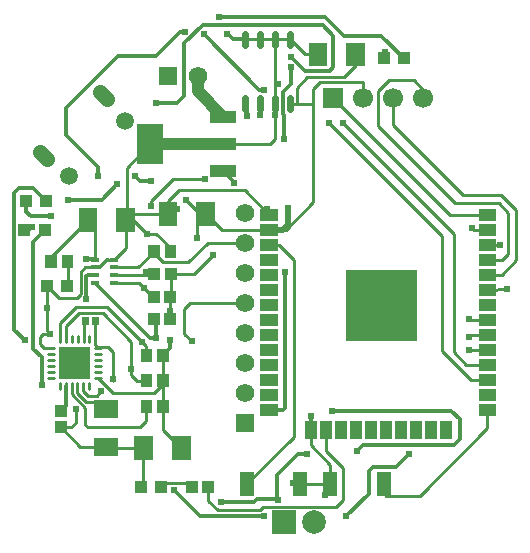
<source format=gtl>
G04 Layer: TopLayer*
G04 EasyEDA v6.4.7, 2020-12-08T13:31:26--8:00*
G04 2666239171464f44b57efdd4127db657,11a6c599673c4091828b82ff80a72166,10*
G04 Gerber Generator version 0.2*
G04 Scale: 100 percent, Rotated: No, Reflected: No *
G04 Dimensions in millimeters *
G04 leading zeros omitted , absolute positions ,3 integer and 3 decimal *
%FSLAX33Y33*%
%MOMM*%
G90*
D02*

%ADD10C,0.254000*%
%ADD11C,0.270002*%
%ADD12C,0.299999*%
%ADD13C,0.999998*%
%ADD14C,0.499999*%
%ADD15C,0.280010*%
%ADD16C,0.599999*%
%ADD17C,0.609600*%
%ADD18R,1.092200X0.990600*%
%ADD19R,1.099998X0.999998*%
%ADD20R,2.199996X3.499993*%
%ADD21R,2.199996X1.099998*%
%ADD22R,0.999998X1.099998*%
%ADD24R,1.199998X1.999996*%
%ADD25R,1.999996X1.600200*%
%ADD30R,1.000760X1.501140*%
%ADD33C,1.999996*%
%ADD34C,1.499997*%
%ADD35R,1.574800X1.574800*%
%ADD36C,1.574800*%
%ADD38C,1.699997*%
%ADD39C,1.299997*%

%LPD*%
G54D11*
G01X13099Y28950D02*
G01X13099Y29400D01*
G01X14949Y31249D01*
G01X17649Y31249D01*
G54D12*
G01X28400Y11599D02*
G01X38500Y11599D01*
G01X39200Y10899D01*
G01X39200Y9199D01*
G01X38700Y8699D01*
G01X31000Y8699D01*
G01X30500Y8199D01*
G54D13*
G01X19198Y34199D02*
G01X13001Y34199D01*
G54D11*
G01X17699Y28299D02*
G01X17199Y28299D01*
G01X15999Y29500D01*
G54D10*
G01X14000Y5499D02*
G01X16549Y5499D01*
G54D12*
G01X34450Y41499D02*
G01X32550Y43399D01*
G01X29400Y43399D01*
G01X27800Y44999D01*
G01X18800Y44999D01*
G01X17549Y43500D02*
G01X22249Y38799D01*
G01X22600Y38799D01*
G01X8599Y31539D02*
G01X8599Y32299D01*
G01X5899Y34999D01*
G01X5899Y37300D01*
G01X10250Y41649D01*
G01X13498Y41649D01*
G01X15548Y43698D01*
G01X15899Y43698D01*
G01X13450Y37699D02*
G01X15299Y37699D01*
G01X15899Y38298D01*
G01X15899Y42748D01*
G01X17451Y44300D01*
G01X27600Y44300D01*
G01X28500Y43399D01*
G01X28500Y40899D01*
G01X24900Y41599D02*
G01X26100Y40399D01*
G01X28200Y40399D01*
G01X28500Y40699D01*
G54D10*
G01X24839Y37620D02*
G01X25401Y37620D01*
G01X25401Y38999D01*
G01X26300Y39899D01*
G01X29399Y39899D01*
G01X30399Y40899D01*
G01X30399Y41799D01*
G01X23054Y26960D02*
G01X24461Y26960D01*
G01X26800Y29299D01*
G01X26800Y38900D01*
G01X27369Y39469D01*
G01X31029Y39469D01*
G01X31029Y38100D01*
G54D12*
G01X28500Y40899D02*
G01X28500Y40699D01*
G54D10*
G01X19198Y34199D02*
G01X23100Y34199D01*
G01X23569Y34669D01*
G01X23569Y37620D01*
G54D12*
G01X24900Y40699D02*
G01X24900Y39299D01*
G01X24200Y38599D01*
G01X24200Y36796D01*
G01X24300Y36696D01*
G01X24300Y34599D01*
G54D10*
G01X23569Y37620D02*
G01X23569Y43099D01*
G01X32749Y5400D02*
G01X32749Y4651D01*
G01X33000Y4400D01*
G01X35800Y4400D01*
G01X41545Y10145D01*
G01X41545Y11720D01*
G54D12*
G01X15049Y4900D02*
G01X17249Y2699D01*
G01X22600Y2699D01*
G01X11700Y31499D02*
G01X12149Y31049D01*
G01X13099Y31049D01*
G01X6000Y29500D02*
G01X8900Y29500D01*
G01X10200Y30799D01*
G01X13498Y17801D02*
G01X13498Y19380D01*
G01X13313Y19380D01*
G54D10*
G01X21062Y20777D02*
G01X16363Y20777D01*
G01X15855Y20269D01*
G01X15855Y18143D01*
G01X16501Y17498D01*
G54D12*
G01X8324Y22464D02*
G01X12989Y17799D01*
G01X13500Y17799D01*
G54D14*
G01X23364Y26960D02*
G01X24260Y26960D01*
G01X24700Y27399D01*
G01X24700Y28100D01*
G01X24700Y28799D02*
G01X24700Y28099D01*
G54D12*
G01X2349Y26899D02*
G01X2700Y26899D01*
G01X2999Y27199D01*
G01X3000Y27199D01*
G01X2449Y29399D02*
G01X2500Y29349D01*
G01X2500Y28499D01*
G01X2900Y28099D01*
G01X4600Y28099D01*
G01X4150Y29399D02*
G01X3050Y30499D01*
G01X1899Y30499D01*
G01X1499Y30099D01*
G01X1499Y18499D01*
G01X2400Y17599D01*
G01X2400Y17599D01*
G01X4050Y26899D02*
G01X3100Y25949D01*
G01X3100Y16899D01*
G01X3800Y16199D01*
G01X3800Y13799D01*
G54D10*
G01X6341Y13698D02*
G01X6341Y13020D01*
G01X7499Y11862D01*
G01X7499Y10465D01*
G01X7727Y10236D01*
G01X12172Y10236D01*
G01X12680Y10744D01*
G01X12680Y12014D01*
G01X12288Y17487D02*
G01X9378Y20396D01*
G01X6711Y20396D01*
G01X5355Y19040D01*
G01X5355Y17696D01*
G54D12*
G01X26610Y9967D02*
G01X26600Y11199D01*
G01X8324Y24425D02*
G01X8250Y24499D01*
G01X7600Y24499D01*
G01X8324Y23114D02*
G01X7700Y23099D01*
G01X7599Y22999D01*
G01X7599Y21100D01*
G01X14077Y16332D02*
G01X14700Y16955D01*
G01X14700Y17599D01*
G01X5441Y11633D02*
G01X5840Y12032D01*
G01X5840Y13697D01*
G01X20099Y30900D02*
G01X20099Y30999D01*
G01X19198Y31900D01*
G01X23054Y11720D02*
G01X24199Y11700D01*
G01X24400Y11900D01*
G01X24400Y23399D01*
G54D10*
G01X21149Y5400D02*
G01X25200Y9449D01*
G01X25200Y24400D01*
G01X23907Y25690D01*
G01X23054Y25690D01*
G54D13*
G01X19198Y36500D02*
G01X17019Y38679D01*
G01X17019Y40000D01*
G54D10*
G01X4249Y22200D02*
G01X5249Y21199D01*
G01X6800Y21199D01*
G01X7100Y21499D01*
G01X7100Y23399D01*
G01X7475Y23775D01*
G01X8324Y23775D01*
G01X4552Y18110D02*
G01X4249Y18414D01*
G01X4249Y20361D01*
G01X4600Y24300D02*
G01X4600Y24635D01*
G01X7727Y27762D01*
G01X5950Y22200D02*
G01X5999Y22248D01*
G01X5999Y24300D01*
G01X17900Y5200D02*
G01X17900Y3998D01*
G01X18698Y3201D01*
G01X22251Y3201D01*
G01X22551Y3500D01*
G01X28700Y3500D01*
G01X29300Y4100D01*
G01X29300Y6800D01*
G01X27880Y8220D01*
G01X27880Y9967D01*
G01X12249Y5200D02*
G01X12426Y5377D01*
G01X12426Y8458D01*
G01X28251Y5400D02*
G01X28251Y7049D01*
G01X26610Y8690D01*
G01X26610Y9967D01*
G01X25649Y5400D02*
G01X28250Y5399D01*
G01X41545Y24420D02*
G01X42820Y24420D01*
G01X43300Y24900D01*
G01X43300Y28400D01*
G01X42500Y29200D01*
G01X38799Y29200D01*
G01X32299Y35700D01*
G01X32299Y38700D01*
G01X33199Y39599D01*
G01X35299Y39599D01*
G01X36198Y38700D01*
G01X36198Y38189D01*
G01X36109Y38100D01*
G01X33569Y38100D02*
G01X33569Y35830D01*
G01X39500Y29899D01*
G01X42701Y29899D01*
G01X43999Y28598D01*
G01X43999Y24402D01*
G01X42749Y23150D01*
G01X41545Y23150D01*
G01X17699Y28299D02*
G01X17000Y27600D01*
G01X17000Y26299D01*
G01X14715Y23190D02*
G01X16691Y23190D01*
G01X18350Y24849D01*
G01X10927Y27762D02*
G01X11464Y28299D01*
G01X14500Y28299D01*
G01X23054Y28231D02*
G01X20985Y30299D01*
G01X15400Y30299D01*
G01X14500Y29399D01*
G01X14500Y28299D01*
G01X23054Y26961D02*
G01X19038Y26961D01*
G01X17699Y28299D01*
G01X24839Y43099D02*
G01X26139Y41799D01*
G01X27200Y41799D01*
G01X23569Y37620D02*
G01X23600Y37590D01*
G01X23600Y36699D01*
G01X24839Y37620D02*
G01X24861Y37598D01*
G01X26800Y37598D01*
G01X21029Y37620D02*
G01X21200Y37450D01*
G01X21200Y36599D01*
G01X10928Y27762D02*
G01X10999Y27834D01*
G01X10999Y32197D01*
G01X13000Y34199D01*
G01X41545Y14261D02*
G01X40138Y14261D01*
G01X37700Y16699D01*
G01X37700Y26399D01*
G01X28100Y35999D01*
G01X41545Y15530D02*
G01X39767Y15530D01*
G01X38700Y16599D01*
G01X38700Y26599D01*
G01X29300Y36000D01*
G01X21029Y43099D02*
G01X24839Y43099D01*
G01X28489Y38099D02*
G01X38358Y28231D01*
G01X41545Y28231D01*
G01X43199Y21900D02*
G01X41545Y21880D01*
G01X41545Y25690D02*
G01X42599Y25700D01*
G01X41545Y16800D02*
G01X40001Y16800D01*
G01X39999Y17899D02*
G01X40171Y18071D01*
G01X41545Y18071D01*
G01X40000Y19399D02*
G01X40058Y19341D01*
G01X41545Y19341D01*
G01X40200Y27099D02*
G01X40338Y26961D01*
G01X41545Y26961D01*
G01X13315Y23190D02*
G01X13106Y23400D01*
G01X12599Y23400D01*
G01X13315Y25095D02*
G01X13315Y24968D01*
G01X14077Y24206D01*
G01X16236Y24206D01*
G01X17887Y25857D01*
G01X21062Y25857D01*
G01X12700Y26599D02*
G01X11635Y27664D01*
G01X11635Y27762D01*
G01X10928Y27762D01*
G01X14715Y25095D02*
G01X14715Y25385D01*
G01X13501Y26599D01*
G01X12701Y26599D01*
G01X9925Y24425D02*
G01X10927Y25428D01*
G01X10927Y27762D01*
G01X7727Y27762D02*
G01X8324Y27166D01*
G01X8324Y24425D01*
G01X8324Y23775D02*
G01X8693Y23775D01*
G01X9378Y24460D01*
G01X9414Y24425D01*
G01X9925Y24425D01*
G01X9925Y23775D02*
G01X11995Y23775D01*
G01X13315Y25095D01*
G01X13312Y21285D02*
G01X13214Y21285D01*
G01X12500Y21999D01*
G01X12035Y22464D01*
G01X9925Y22464D01*
G01X13315Y23190D02*
G01X13239Y23114D01*
G01X9925Y23114D01*
G01X14712Y19380D02*
G01X14715Y23190D01*
G01X7354Y17697D02*
G01X7354Y19093D01*
G01X7514Y19253D01*
G01X8584Y16939D02*
G01X8362Y17161D01*
G01X8362Y19253D01*
G01X14077Y16332D02*
G01X14081Y12014D01*
G01X12678Y16332D02*
G01X12678Y17097D01*
G01X12288Y17487D01*
G01X11410Y15199D02*
G01X11410Y14681D01*
G01X11918Y14173D01*
G01X12680Y14173D01*
G01X5855Y17696D02*
G01X5855Y18778D01*
G01X6965Y19888D01*
G01X8997Y19888D01*
G01X11410Y17475D01*
G01X11410Y15199D01*
G01X9251Y11785D02*
G01X8641Y12395D01*
G01X7600Y12395D01*
G01X6838Y13157D01*
G01X6838Y13697D01*
G01X5441Y10233D02*
G01X7089Y8585D01*
G01X9251Y8585D01*
G01X9251Y8585D02*
G01X9378Y8458D01*
G01X12426Y8458D01*
G01X15626Y8458D02*
G01X14081Y10004D01*
G01X14081Y12014D01*
G01X8584Y14440D02*
G01X9867Y13157D01*
G01X13315Y13157D01*
G01X14081Y13923D01*
G01X14081Y14173D01*
G01X8495Y17029D02*
G01X9444Y17029D01*
G01X9886Y16586D01*
G01X9886Y14173D01*
G01X7339Y13697D02*
G01X7339Y13292D01*
G01X7727Y12903D01*
G01X8489Y12903D01*
G01X8870Y13284D01*
G01X5441Y10233D02*
G01X6327Y10233D01*
G01X6711Y10617D01*
G01X6711Y11760D01*
G01X4584Y16929D02*
G01X4044Y16929D01*
G01X3663Y17310D01*
G01X3663Y17856D01*
G01X3917Y18110D01*
G01X4552Y18110D01*
G54D12*
G01X26300Y7999D02*
G01X25548Y7999D01*
G01X23727Y6178D01*
G01X23727Y4199D01*
G01X22500Y4199D01*
G01X22500Y4199D02*
G01X22048Y4199D01*
G01X21748Y3899D01*
G01X19000Y3899D01*
G01X29599Y2700D02*
G01X31499Y4600D01*
G01X31499Y6500D01*
G01X31901Y6899D01*
G01X33801Y6899D01*
G01X34900Y7999D01*
G54D10*
G01X4249Y20361D02*
G01X4249Y22200D01*
G54D12*
G01X21029Y43099D02*
G01X20000Y43099D01*
G01X19600Y43499D01*
G01X19500Y43499D01*
G54D15*
G01X4324Y16929D02*
G01X4844Y16929D01*
G01X4324Y16429D02*
G01X4844Y16429D01*
G01X4324Y15929D02*
G01X4844Y15929D01*
G01X4324Y15431D02*
G01X4844Y15431D01*
G01X4324Y14930D02*
G01X4844Y14930D01*
G01X4324Y14430D02*
G01X4844Y14430D01*
G01X5340Y13957D02*
G01X5340Y13437D01*
G01X5840Y13957D02*
G01X5840Y13437D01*
G01X6341Y13957D02*
G01X6341Y13437D01*
G01X6838Y13957D02*
G01X6838Y13437D01*
G01X7339Y13957D02*
G01X7339Y13437D01*
G01X7839Y13957D02*
G01X7839Y13437D01*
G01X8324Y14440D02*
G01X8844Y14440D01*
G01X8324Y14941D02*
G01X8844Y14941D01*
G01X8324Y15441D02*
G01X8844Y15441D01*
G01X8324Y15939D02*
G01X8844Y15939D01*
G01X8324Y16439D02*
G01X8844Y16439D01*
G01X8324Y16940D02*
G01X8844Y16940D01*
G01X7854Y17957D02*
G01X7854Y17437D01*
G01X7354Y17957D02*
G01X7354Y17437D01*
G01X6854Y17957D02*
G01X6854Y17437D01*
G01X6356Y17957D02*
G01X6356Y17437D01*
G01X5855Y17957D02*
G01X5855Y17437D01*
G01X5355Y17957D02*
G01X5355Y17437D01*
G54D16*
G01X21029Y38080D02*
G01X21029Y37160D01*
G01X22299Y38080D02*
G01X22299Y37160D01*
G01X23569Y38080D02*
G01X23569Y37160D01*
G01X24839Y38080D02*
G01X24839Y37160D01*
G01X21029Y43559D02*
G01X21029Y42639D01*
G01X22299Y43559D02*
G01X22299Y42639D01*
G01X23569Y43559D02*
G01X23569Y42639D01*
G01X24839Y43559D02*
G01X24839Y42639D01*
G54D18*
G01X34451Y41500D03*
G01X32749Y41500D03*
G54D19*
G01X5441Y10233D03*
G01X5441Y11633D03*
G54D20*
G01X13001Y34199D03*
G54D21*
G01X19198Y36500D03*
G01X19198Y34199D03*
G01X19198Y31899D03*
G54D22*
G01X17900Y5199D03*
G01X16500Y5199D03*
G36*
G01X4099Y24849D02*
G01X5099Y24849D01*
G01X5099Y23749D01*
G01X4099Y23749D01*
G01X4099Y24849D01*
G37*
G36*
G01X5499Y24849D02*
G01X6499Y24849D01*
G01X6499Y23749D01*
G01X5499Y23749D01*
G01X5499Y24849D01*
G37*
G54D18*
G01X13950Y5199D03*
G01X12249Y5199D03*
G01X5950Y22199D03*
G01X4249Y22199D03*
G36*
G01X5244Y17025D02*
G01X7925Y17025D01*
G01X7925Y14345D01*
G01X5244Y14345D01*
G01X5244Y17025D01*
G37*
G36*
G01X12180Y14723D02*
G01X13180Y14723D01*
G01X13180Y13623D01*
G01X12180Y13623D01*
G01X12180Y14723D01*
G37*
G36*
G01X13580Y14723D02*
G01X14580Y14723D01*
G01X14580Y13623D01*
G01X13580Y13623D01*
G01X13580Y14723D01*
G37*
G36*
G01X12177Y16882D02*
G01X13177Y16882D01*
G01X13177Y15782D01*
G01X12177Y15782D01*
G01X12177Y16882D01*
G37*
G36*
G01X13577Y16882D02*
G01X14577Y16882D01*
G01X14577Y15782D01*
G01X13577Y15782D01*
G01X13577Y16882D01*
G37*
G36*
G01X12180Y12564D02*
G01X13180Y12564D01*
G01X13180Y11464D01*
G01X12180Y11464D01*
G01X12180Y12564D01*
G37*
G36*
G01X13580Y12564D02*
G01X14580Y12564D01*
G01X14580Y11464D01*
G01X13580Y11464D01*
G01X13580Y12564D01*
G37*
G54D22*
G01X14712Y19380D03*
G01X13313Y19380D03*
G01X14712Y21285D03*
G01X13313Y21285D03*
G01X14715Y23190D03*
G01X13316Y23190D03*
G36*
G01X12815Y25645D02*
G01X13815Y25645D01*
G01X13815Y24545D01*
G01X12815Y24545D01*
G01X12815Y25645D01*
G37*
G36*
G01X14215Y25645D02*
G01X15215Y25645D01*
G01X15215Y24545D01*
G01X14215Y24545D01*
G01X14215Y25645D01*
G37*
G54D24*
G01X32749Y5400D03*
G01X28250Y5400D03*
G01X21150Y5400D03*
G01X25649Y5400D03*
G54D25*
G01X9251Y11785D03*
G01X9251Y8585D03*
G36*
G01X11626Y9458D02*
G01X13226Y9458D01*
G01X13226Y7458D01*
G01X11626Y7458D01*
G01X11626Y9458D01*
G37*
G36*
G01X14826Y9458D02*
G01X16426Y9458D01*
G01X16426Y7458D01*
G01X14826Y7458D01*
G01X14826Y9458D01*
G37*
G36*
G01X6927Y28762D02*
G01X8527Y28762D01*
G01X8527Y26762D01*
G01X6927Y26762D01*
G01X6927Y28762D01*
G37*
G36*
G01X10127Y28762D02*
G01X11727Y28762D01*
G01X11727Y26762D01*
G01X10127Y26762D01*
G01X10127Y28762D01*
G37*
G36*
G01X13699Y29299D02*
G01X15300Y29299D01*
G01X15300Y27299D01*
G01X13699Y27299D01*
G01X13699Y29299D01*
G37*
G36*
G01X16899Y29299D02*
G01X18500Y29299D01*
G01X18500Y27299D01*
G01X16899Y27299D01*
G01X16899Y29299D01*
G37*
G36*
G01X26399Y42799D02*
G01X28000Y42799D01*
G01X28000Y40799D01*
G01X26399Y40799D01*
G01X26399Y42799D01*
G37*
G36*
G01X29599Y42799D02*
G01X31200Y42799D01*
G01X31200Y40799D01*
G01X29599Y40799D01*
G01X29599Y42799D01*
G37*
G36*
G01X9575Y24600D02*
G01X10275Y24600D01*
G01X10275Y24250D01*
G01X9575Y24250D01*
G01X9575Y24600D01*
G37*
G36*
G01X9575Y23950D02*
G01X10275Y23950D01*
G01X10275Y23599D01*
G01X9575Y23599D01*
G01X9575Y23950D01*
G37*
G36*
G01X9575Y23290D02*
G01X10275Y23290D01*
G01X10275Y22939D01*
G01X9575Y22939D01*
G01X9575Y23290D01*
G37*
G36*
G01X9575Y22639D02*
G01X10275Y22639D01*
G01X10275Y22289D01*
G01X9575Y22289D01*
G01X9575Y22639D01*
G37*
G36*
G01X7974Y24600D02*
G01X8674Y24600D01*
G01X8674Y24250D01*
G01X7974Y24250D01*
G01X7974Y24600D01*
G37*
G36*
G01X7974Y23950D02*
G01X8674Y23950D01*
G01X8674Y23599D01*
G01X7974Y23599D01*
G01X7974Y23950D01*
G37*
G36*
G01X7974Y23290D02*
G01X8674Y23290D01*
G01X8674Y22939D01*
G01X7974Y22939D01*
G01X7974Y23290D01*
G37*
G36*
G01X7974Y22639D02*
G01X8674Y22639D01*
G01X8674Y22289D01*
G01X7974Y22289D01*
G01X7974Y22639D01*
G37*
G36*
G01X8062Y19578D02*
G01X8662Y19578D01*
G01X8662Y18929D01*
G01X8062Y18929D01*
G01X8062Y19578D01*
G37*
G36*
G01X7214Y19578D02*
G01X7814Y19578D01*
G01X7814Y18929D01*
G01X7214Y18929D01*
G01X7214Y19578D01*
G37*
G36*
G01X22303Y24921D02*
G01X23804Y24921D01*
G01X23804Y23920D01*
G01X22303Y23920D01*
G01X22303Y24921D01*
G37*
G36*
G01X22303Y23651D02*
G01X23804Y23651D01*
G01X23804Y22650D01*
G01X22303Y22650D01*
G01X22303Y23651D01*
G37*
G36*
G01X22303Y22381D02*
G01X23804Y22381D01*
G01X23804Y21380D01*
G01X22303Y21380D01*
G01X22303Y22381D01*
G37*
G36*
G01X22303Y21111D02*
G01X23804Y21111D01*
G01X23804Y20110D01*
G01X22303Y20110D01*
G01X22303Y21111D01*
G37*
G36*
G01X22303Y19841D02*
G01X23804Y19841D01*
G01X23804Y18840D01*
G01X22303Y18840D01*
G01X22303Y19841D01*
G37*
G36*
G01X22303Y18571D02*
G01X23804Y18571D01*
G01X23804Y17570D01*
G01X22303Y17570D01*
G01X22303Y18571D01*
G37*
G36*
G01X22303Y17301D02*
G01X23804Y17301D01*
G01X23804Y16300D01*
G01X22303Y16300D01*
G01X22303Y17301D01*
G37*
G36*
G01X22303Y16031D02*
G01X23804Y16031D01*
G01X23804Y15030D01*
G01X22303Y15030D01*
G01X22303Y16031D01*
G37*
G54D30*
G01X38040Y9968D03*
G36*
G01X40794Y12221D02*
G01X42296Y12221D01*
G01X42296Y11220D01*
G01X40794Y11220D01*
G01X40794Y12221D01*
G37*
G36*
G01X40794Y13491D02*
G01X42296Y13491D01*
G01X42296Y12490D01*
G01X40794Y12490D01*
G01X40794Y13491D01*
G37*
G36*
G01X40794Y14761D02*
G01X42296Y14761D01*
G01X42296Y13760D01*
G01X40794Y13760D01*
G01X40794Y14761D01*
G37*
G36*
G01X40794Y16031D02*
G01X42296Y16031D01*
G01X42296Y15030D01*
G01X40794Y15030D01*
G01X40794Y16031D01*
G37*
G36*
G01X40794Y17301D02*
G01X42296Y17301D01*
G01X42296Y16300D01*
G01X40794Y16300D01*
G01X40794Y17301D01*
G37*
G36*
G01X40794Y18571D02*
G01X42296Y18571D01*
G01X42296Y17570D01*
G01X40794Y17570D01*
G01X40794Y18571D01*
G37*
G36*
G01X40794Y19841D02*
G01X42296Y19841D01*
G01X42296Y18840D01*
G01X40794Y18840D01*
G01X40794Y19841D01*
G37*
G01X29150Y9968D03*
G36*
G01X22303Y14761D02*
G01X23804Y14761D01*
G01X23804Y13760D01*
G01X22303Y13760D01*
G01X22303Y14761D01*
G37*
G36*
G01X22303Y13491D02*
G01X23804Y13491D01*
G01X23804Y12490D01*
G01X22303Y12490D01*
G01X22303Y13491D01*
G37*
G36*
G01X22303Y12221D02*
G01X23804Y12221D01*
G01X23804Y11220D01*
G01X22303Y11220D01*
G01X22303Y12221D01*
G37*
G01X26610Y9968D03*
G01X27880Y9968D03*
G36*
G01X22303Y26191D02*
G01X23804Y26191D01*
G01X23804Y25190D01*
G01X22303Y25190D01*
G01X22303Y26191D01*
G37*
G36*
G01X22303Y27461D02*
G01X23804Y27461D01*
G01X23804Y26460D01*
G01X22303Y26460D01*
G01X22303Y27461D01*
G37*
G36*
G01X22303Y28731D02*
G01X23804Y28731D01*
G01X23804Y27730D01*
G01X22303Y27730D01*
G01X22303Y28731D01*
G37*
G01X30420Y9968D03*
G01X31690Y9968D03*
G01X32960Y9968D03*
G01X36770Y9968D03*
G01X35500Y9968D03*
G01X34230Y9968D03*
G36*
G01X40794Y21111D02*
G01X42296Y21111D01*
G01X42296Y20110D01*
G01X40794Y20110D01*
G01X40794Y21111D01*
G37*
G36*
G01X40794Y22381D02*
G01X42296Y22381D01*
G01X42296Y21380D01*
G01X40794Y21380D01*
G01X40794Y22381D01*
G37*
G36*
G01X40794Y23651D02*
G01X42296Y23651D01*
G01X42296Y22650D01*
G01X40794Y22650D01*
G01X40794Y23651D01*
G37*
G36*
G01X40794Y24921D02*
G01X42296Y24921D01*
G01X42296Y23920D01*
G01X40794Y23920D01*
G01X40794Y24921D01*
G37*
G36*
G01X40794Y26191D02*
G01X42296Y26191D01*
G01X42296Y25190D01*
G01X40794Y25190D01*
G01X40794Y26191D01*
G37*
G36*
G01X40794Y27461D02*
G01X42296Y27461D01*
G01X42296Y26460D01*
G01X40794Y26460D01*
G01X40794Y27461D01*
G37*
G36*
G01X40794Y28731D02*
G01X42296Y28731D01*
G01X42296Y27730D01*
G01X40794Y27730D01*
G01X40794Y28731D01*
G37*
G36*
G01X29605Y23509D02*
G01X35604Y23509D01*
G01X35604Y17509D01*
G01X29605Y17509D01*
G01X29605Y23509D01*
G37*
G54D18*
G01X4150Y29399D03*
G01X2449Y29399D03*
G01X4050Y26899D03*
G01X2349Y26899D03*
G36*
G01X23330Y1199D02*
G01X25330Y1199D01*
G01X25330Y3199D01*
G01X23330Y3199D01*
G01X23330Y1199D01*
G37*
G54D33*
G01X26870Y2199D03*
G54D34*
G01X6156Y31476D03*
G01X10823Y36143D03*
G54D35*
G01X14479Y39999D03*
G54D36*
G01X17019Y40000D03*
G36*
G01X27640Y38949D02*
G01X29339Y38949D01*
G01X29339Y37250D01*
G01X27640Y37250D01*
G01X27640Y38949D01*
G37*
G54D38*
G01X31029Y38100D03*
G01X33569Y38100D03*
G01X36109Y38100D03*
G54D35*
G01X21062Y10617D03*
G54D36*
G01X21062Y13157D03*
G01X21062Y15697D03*
G01X21062Y18237D03*
G01X21062Y20777D03*
G01X21062Y23317D03*
G01X21062Y25857D03*
G01X21062Y28397D03*
G54D17*
G01X15299Y28699D03*
G01X17649Y31249D03*
G01X13099Y28949D03*
G01X15999Y29500D03*
G01X32900Y41999D03*
G01X18800Y44999D03*
G01X22600Y38800D03*
G01X17549Y43500D03*
G01X15900Y43699D03*
G01X8600Y31540D03*
G01X13449Y37699D03*
G01X24299Y34599D03*
G01X24900Y41599D03*
G01X24900Y40699D03*
G01X23800Y39299D03*
G01X24839Y43099D03*
G01X22600Y2700D03*
G01X15049Y4900D03*
G01X13099Y31049D03*
G01X11700Y31499D03*
G01X10200Y30800D03*
G01X6000Y29500D03*
G01X16500Y17499D03*
G01X13500Y17799D03*
G01X24699Y28800D03*
G01X22900Y28699D03*
G01X3800Y13799D03*
G01X2400Y17599D03*
G01X2999Y27199D03*
G01X4599Y28100D03*
G01X7599Y21100D03*
G01X7599Y24499D03*
G01X14699Y17599D03*
G01X20099Y30900D03*
G01X24400Y23399D03*
G01X4552Y18110D03*
G01X8870Y13284D03*
G01X9886Y14300D03*
G01X6711Y11760D03*
G01X12599Y23400D03*
G01X12500Y21999D03*
G01X14699Y20100D03*
G01X12700Y26599D03*
G01X40200Y27100D03*
G01X26600Y11199D03*
G01X39999Y17899D03*
G01X39999Y19400D03*
G01X39999Y16799D03*
G01X12288Y17487D03*
G01X11410Y15199D03*
G01X43200Y21899D03*
G01X42599Y25700D03*
G01X28100Y35999D03*
G01X29300Y36000D03*
G01X22299Y36699D03*
G01X21200Y36599D03*
G01X23600Y36699D03*
G01X16999Y26299D03*
G01X18350Y24849D03*
G01X26299Y7999D03*
G01X18999Y3899D03*
G01X25100Y5499D03*
G01X27800Y4499D03*
G01X29600Y2700D03*
G01X34900Y7999D03*
G01X4249Y20361D03*
G01X19500Y43500D03*
G01X23800Y4099D03*
G01X28399Y11599D03*
G01X30500Y8199D03*
G54D39*
G01X9373Y38017D02*
G01X8737Y38653D01*
G01X4282Y32926D02*
G01X3646Y33562D01*
M00*
M02*

</source>
